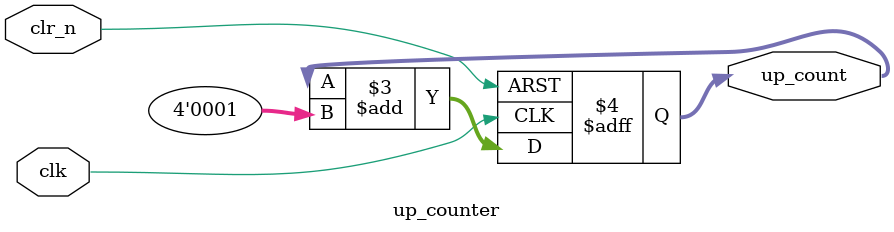
<source format=v>
module up_counter(clk, clr_n, up_count);

input	clk, clr_n;
output [3:0] up_count;

reg [3:0] up_count;

always@(posedge clk or negedge clr_n)
begin
	if(!clr_n)
	  up_count <= 4'b0000;
	else 
	  up_count <= up_count + 4'b1;
end

endmodule

</source>
